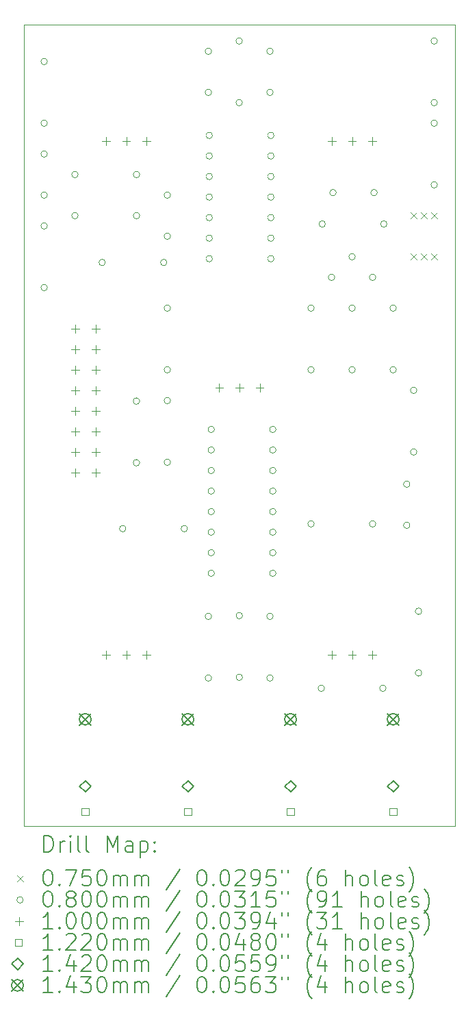
<source format=gbr>
%TF.GenerationSoftware,KiCad,Pcbnew,(6.0.7)*%
%TF.CreationDate,2022-08-28T16:35:01+02:00*%
%TF.ProjectId,filter,66696c74-6572-42e6-9b69-6361645f7063,rev?*%
%TF.SameCoordinates,Original*%
%TF.FileFunction,Drillmap*%
%TF.FilePolarity,Positive*%
%FSLAX45Y45*%
G04 Gerber Fmt 4.5, Leading zero omitted, Abs format (unit mm)*
G04 Created by KiCad (PCBNEW (6.0.7)) date 2022-08-28 16:35:01*
%MOMM*%
%LPD*%
G01*
G04 APERTURE LIST*
%ADD10C,0.100000*%
%ADD11C,0.200000*%
%ADD12C,0.075000*%
%ADD13C,0.080000*%
%ADD14C,0.122000*%
%ADD15C,0.142000*%
%ADD16C,0.143000*%
G04 APERTURE END LIST*
D10*
X11430000Y-4826000D02*
X16764000Y-4826000D01*
X16764000Y-4826000D02*
X16764000Y-14732000D01*
X16764000Y-14732000D02*
X11430000Y-14732000D01*
X11430000Y-14732000D02*
X11430000Y-4826000D01*
D11*
D12*
X16218500Y-7144500D02*
X16293500Y-7219500D01*
X16293500Y-7144500D02*
X16218500Y-7219500D01*
X16218500Y-7652500D02*
X16293500Y-7727500D01*
X16293500Y-7652500D02*
X16218500Y-7727500D01*
X16345500Y-7144500D02*
X16420500Y-7219500D01*
X16420500Y-7144500D02*
X16345500Y-7219500D01*
X16345500Y-7652500D02*
X16420500Y-7727500D01*
X16420500Y-7652500D02*
X16345500Y-7727500D01*
X16472500Y-7144500D02*
X16547500Y-7219500D01*
X16547500Y-7144500D02*
X16472500Y-7219500D01*
X16472500Y-7652500D02*
X16547500Y-7727500D01*
X16547500Y-7652500D02*
X16472500Y-7727500D01*
D13*
X11724000Y-5277000D02*
G75*
G03*
X11724000Y-5277000I-40000J0D01*
G01*
X11724000Y-6039000D02*
G75*
G03*
X11724000Y-6039000I-40000J0D01*
G01*
X11724000Y-6420000D02*
G75*
G03*
X11724000Y-6420000I-40000J0D01*
G01*
X11724000Y-6928000D02*
G75*
G03*
X11724000Y-6928000I-40000J0D01*
G01*
X11724000Y-7309000D02*
G75*
G03*
X11724000Y-7309000I-40000J0D01*
G01*
X11724000Y-8071000D02*
G75*
G03*
X11724000Y-8071000I-40000J0D01*
G01*
X12105000Y-6674000D02*
G75*
G03*
X12105000Y-6674000I-40000J0D01*
G01*
X12105000Y-7182000D02*
G75*
G03*
X12105000Y-7182000I-40000J0D01*
G01*
X12441250Y-7760951D02*
G75*
G03*
X12441250Y-7760951I-40000J0D01*
G01*
X12695444Y-11051811D02*
G75*
G03*
X12695444Y-11051811I-40000J0D01*
G01*
X12865571Y-9475865D02*
G75*
G03*
X12865571Y-9475865I-40000J0D01*
G01*
X12865571Y-10237865D02*
G75*
G03*
X12865571Y-10237865I-40000J0D01*
G01*
X12867000Y-6674000D02*
G75*
G03*
X12867000Y-6674000I-40000J0D01*
G01*
X12867000Y-7182000D02*
G75*
G03*
X12867000Y-7182000I-40000J0D01*
G01*
X13203250Y-7760951D02*
G75*
G03*
X13203250Y-7760951I-40000J0D01*
G01*
X13248000Y-6928000D02*
G75*
G03*
X13248000Y-6928000I-40000J0D01*
G01*
X13248000Y-7436000D02*
G75*
G03*
X13248000Y-7436000I-40000J0D01*
G01*
X13248000Y-8325000D02*
G75*
G03*
X13248000Y-8325000I-40000J0D01*
G01*
X13248000Y-9087000D02*
G75*
G03*
X13248000Y-9087000I-40000J0D01*
G01*
X13248000Y-9468000D02*
G75*
G03*
X13248000Y-9468000I-40000J0D01*
G01*
X13248000Y-10230000D02*
G75*
G03*
X13248000Y-10230000I-40000J0D01*
G01*
X13457444Y-11051811D02*
G75*
G03*
X13457444Y-11051811I-40000J0D01*
G01*
X13756000Y-5150000D02*
G75*
G03*
X13756000Y-5150000I-40000J0D01*
G01*
X13756000Y-5658000D02*
G75*
G03*
X13756000Y-5658000I-40000J0D01*
G01*
X13756000Y-12135000D02*
G75*
G03*
X13756000Y-12135000I-40000J0D01*
G01*
X13756000Y-12897000D02*
G75*
G03*
X13756000Y-12897000I-40000J0D01*
G01*
X13765424Y-6190937D02*
G75*
G03*
X13765424Y-6190937I-40000J0D01*
G01*
X13765424Y-6444937D02*
G75*
G03*
X13765424Y-6444937I-40000J0D01*
G01*
X13765424Y-6698937D02*
G75*
G03*
X13765424Y-6698937I-40000J0D01*
G01*
X13765424Y-6952937D02*
G75*
G03*
X13765424Y-6952937I-40000J0D01*
G01*
X13765424Y-7206937D02*
G75*
G03*
X13765424Y-7206937I-40000J0D01*
G01*
X13765424Y-7460937D02*
G75*
G03*
X13765424Y-7460937I-40000J0D01*
G01*
X13765424Y-7714937D02*
G75*
G03*
X13765424Y-7714937I-40000J0D01*
G01*
X13790260Y-9825665D02*
G75*
G03*
X13790260Y-9825665I-40000J0D01*
G01*
X13790260Y-10079665D02*
G75*
G03*
X13790260Y-10079665I-40000J0D01*
G01*
X13790260Y-10333665D02*
G75*
G03*
X13790260Y-10333665I-40000J0D01*
G01*
X13790260Y-10587665D02*
G75*
G03*
X13790260Y-10587665I-40000J0D01*
G01*
X13790260Y-10841665D02*
G75*
G03*
X13790260Y-10841665I-40000J0D01*
G01*
X13790260Y-11095665D02*
G75*
G03*
X13790260Y-11095665I-40000J0D01*
G01*
X13790260Y-11349665D02*
G75*
G03*
X13790260Y-11349665I-40000J0D01*
G01*
X13790260Y-11603665D02*
G75*
G03*
X13790260Y-11603665I-40000J0D01*
G01*
X14137000Y-5023000D02*
G75*
G03*
X14137000Y-5023000I-40000J0D01*
G01*
X14137000Y-5785000D02*
G75*
G03*
X14137000Y-5785000I-40000J0D01*
G01*
X14138349Y-12127469D02*
G75*
G03*
X14138349Y-12127469I-40000J0D01*
G01*
X14138349Y-12889469D02*
G75*
G03*
X14138349Y-12889469I-40000J0D01*
G01*
X14518000Y-5150000D02*
G75*
G03*
X14518000Y-5150000I-40000J0D01*
G01*
X14518000Y-5658000D02*
G75*
G03*
X14518000Y-5658000I-40000J0D01*
G01*
X14518000Y-12135000D02*
G75*
G03*
X14518000Y-12135000I-40000J0D01*
G01*
X14518000Y-12897000D02*
G75*
G03*
X14518000Y-12897000I-40000J0D01*
G01*
X14527424Y-6190937D02*
G75*
G03*
X14527424Y-6190937I-40000J0D01*
G01*
X14527424Y-6444937D02*
G75*
G03*
X14527424Y-6444937I-40000J0D01*
G01*
X14527424Y-6698937D02*
G75*
G03*
X14527424Y-6698937I-40000J0D01*
G01*
X14527424Y-6952937D02*
G75*
G03*
X14527424Y-6952937I-40000J0D01*
G01*
X14527424Y-7206937D02*
G75*
G03*
X14527424Y-7206937I-40000J0D01*
G01*
X14527424Y-7460937D02*
G75*
G03*
X14527424Y-7460937I-40000J0D01*
G01*
X14527424Y-7714937D02*
G75*
G03*
X14527424Y-7714937I-40000J0D01*
G01*
X14552260Y-9825665D02*
G75*
G03*
X14552260Y-9825665I-40000J0D01*
G01*
X14552260Y-10079665D02*
G75*
G03*
X14552260Y-10079665I-40000J0D01*
G01*
X14552260Y-10333665D02*
G75*
G03*
X14552260Y-10333665I-40000J0D01*
G01*
X14552260Y-10587665D02*
G75*
G03*
X14552260Y-10587665I-40000J0D01*
G01*
X14552260Y-10841665D02*
G75*
G03*
X14552260Y-10841665I-40000J0D01*
G01*
X14552260Y-11095665D02*
G75*
G03*
X14552260Y-11095665I-40000J0D01*
G01*
X14552260Y-11349665D02*
G75*
G03*
X14552260Y-11349665I-40000J0D01*
G01*
X14552260Y-11603665D02*
G75*
G03*
X14552260Y-11603665I-40000J0D01*
G01*
X15026000Y-8325000D02*
G75*
G03*
X15026000Y-8325000I-40000J0D01*
G01*
X15026000Y-9087000D02*
G75*
G03*
X15026000Y-9087000I-40000J0D01*
G01*
X15026000Y-10992000D02*
G75*
G03*
X15026000Y-10992000I-40000J0D01*
G01*
X15153000Y-13024000D02*
G75*
G03*
X15153000Y-13024000I-40000J0D01*
G01*
X15163808Y-7285863D02*
G75*
G03*
X15163808Y-7285863I-40000J0D01*
G01*
X15280000Y-7944000D02*
G75*
G03*
X15280000Y-7944000I-40000J0D01*
G01*
X15297481Y-6898916D02*
G75*
G03*
X15297481Y-6898916I-40000J0D01*
G01*
X15534000Y-7690000D02*
G75*
G03*
X15534000Y-7690000I-40000J0D01*
G01*
X15534000Y-8325000D02*
G75*
G03*
X15534000Y-8325000I-40000J0D01*
G01*
X15534000Y-9087000D02*
G75*
G03*
X15534000Y-9087000I-40000J0D01*
G01*
X15788000Y-7944000D02*
G75*
G03*
X15788000Y-7944000I-40000J0D01*
G01*
X15788000Y-10992000D02*
G75*
G03*
X15788000Y-10992000I-40000J0D01*
G01*
X15805481Y-6898916D02*
G75*
G03*
X15805481Y-6898916I-40000J0D01*
G01*
X15915000Y-13024000D02*
G75*
G03*
X15915000Y-13024000I-40000J0D01*
G01*
X15925808Y-7285863D02*
G75*
G03*
X15925808Y-7285863I-40000J0D01*
G01*
X16042000Y-8325000D02*
G75*
G03*
X16042000Y-8325000I-40000J0D01*
G01*
X16042000Y-9087000D02*
G75*
G03*
X16042000Y-9087000I-40000J0D01*
G01*
X16209838Y-10502682D02*
G75*
G03*
X16209838Y-10502682I-40000J0D01*
G01*
X16209838Y-11010682D02*
G75*
G03*
X16209838Y-11010682I-40000J0D01*
G01*
X16296000Y-9341000D02*
G75*
G03*
X16296000Y-9341000I-40000J0D01*
G01*
X16296000Y-10103000D02*
G75*
G03*
X16296000Y-10103000I-40000J0D01*
G01*
X16356044Y-12073051D02*
G75*
G03*
X16356044Y-12073051I-40000J0D01*
G01*
X16356044Y-12835051D02*
G75*
G03*
X16356044Y-12835051I-40000J0D01*
G01*
X16550000Y-5023000D02*
G75*
G03*
X16550000Y-5023000I-40000J0D01*
G01*
X16550000Y-5785000D02*
G75*
G03*
X16550000Y-5785000I-40000J0D01*
G01*
X16550000Y-6039000D02*
G75*
G03*
X16550000Y-6039000I-40000J0D01*
G01*
X16550000Y-6801000D02*
G75*
G03*
X16550000Y-6801000I-40000J0D01*
G01*
D10*
X12065500Y-8530500D02*
X12065500Y-8630500D01*
X12015500Y-8580500D02*
X12115500Y-8580500D01*
X12065500Y-8784500D02*
X12065500Y-8884500D01*
X12015500Y-8834500D02*
X12115500Y-8834500D01*
X12065500Y-9038500D02*
X12065500Y-9138500D01*
X12015500Y-9088500D02*
X12115500Y-9088500D01*
X12065500Y-9292500D02*
X12065500Y-9392500D01*
X12015500Y-9342500D02*
X12115500Y-9342500D01*
X12065500Y-9546500D02*
X12065500Y-9646500D01*
X12015500Y-9596500D02*
X12115500Y-9596500D01*
X12065500Y-9800500D02*
X12065500Y-9900500D01*
X12015500Y-9850500D02*
X12115500Y-9850500D01*
X12065500Y-10054500D02*
X12065500Y-10154500D01*
X12015500Y-10104500D02*
X12115500Y-10104500D01*
X12065500Y-10308500D02*
X12065500Y-10408500D01*
X12015500Y-10358500D02*
X12115500Y-10358500D01*
X12319500Y-8530500D02*
X12319500Y-8630500D01*
X12269500Y-8580500D02*
X12369500Y-8580500D01*
X12319500Y-8784500D02*
X12319500Y-8884500D01*
X12269500Y-8834500D02*
X12369500Y-8834500D01*
X12319500Y-9038500D02*
X12319500Y-9138500D01*
X12269500Y-9088500D02*
X12369500Y-9088500D01*
X12319500Y-9292500D02*
X12319500Y-9392500D01*
X12269500Y-9342500D02*
X12369500Y-9342500D01*
X12319500Y-9546500D02*
X12319500Y-9646500D01*
X12269500Y-9596500D02*
X12369500Y-9596500D01*
X12319500Y-9800500D02*
X12319500Y-9900500D01*
X12269500Y-9850500D02*
X12369500Y-9850500D01*
X12319500Y-10054500D02*
X12319500Y-10154500D01*
X12269500Y-10104500D02*
X12369500Y-10104500D01*
X12319500Y-10308500D02*
X12319500Y-10408500D01*
X12269500Y-10358500D02*
X12369500Y-10358500D01*
X12450000Y-6213000D02*
X12450000Y-6313000D01*
X12400000Y-6263000D02*
X12500000Y-6263000D01*
X12450000Y-12563000D02*
X12450000Y-12663000D01*
X12400000Y-12613000D02*
X12500000Y-12613000D01*
X12700000Y-6213000D02*
X12700000Y-6313000D01*
X12650000Y-6263000D02*
X12750000Y-6263000D01*
X12700000Y-12563000D02*
X12700000Y-12663000D01*
X12650000Y-12613000D02*
X12750000Y-12613000D01*
X12950000Y-6213000D02*
X12950000Y-6313000D01*
X12900000Y-6263000D02*
X13000000Y-6263000D01*
X12950000Y-12563000D02*
X12950000Y-12663000D01*
X12900000Y-12613000D02*
X13000000Y-12613000D01*
X13850670Y-9261000D02*
X13850670Y-9361000D01*
X13800670Y-9311000D02*
X13900670Y-9311000D01*
X14100670Y-9261000D02*
X14100670Y-9361000D01*
X14050670Y-9311000D02*
X14150670Y-9311000D01*
X14350670Y-9261000D02*
X14350670Y-9361000D01*
X14300670Y-9311000D02*
X14400670Y-9311000D01*
X15244000Y-6213000D02*
X15244000Y-6313000D01*
X15194000Y-6263000D02*
X15294000Y-6263000D01*
X15244000Y-12563000D02*
X15244000Y-12663000D01*
X15194000Y-12613000D02*
X15294000Y-12613000D01*
X15494000Y-6213000D02*
X15494000Y-6313000D01*
X15444000Y-6263000D02*
X15544000Y-6263000D01*
X15494000Y-12563000D02*
X15494000Y-12663000D01*
X15444000Y-12613000D02*
X15544000Y-12613000D01*
X15744000Y-6213000D02*
X15744000Y-6313000D01*
X15694000Y-6263000D02*
X15794000Y-6263000D01*
X15744000Y-12563000D02*
X15744000Y-12663000D01*
X15694000Y-12613000D02*
X15794000Y-12613000D01*
D14*
X12235134Y-14591134D02*
X12235134Y-14504866D01*
X12148866Y-14504866D01*
X12148866Y-14591134D01*
X12235134Y-14591134D01*
X13505134Y-14591134D02*
X13505134Y-14504866D01*
X13418866Y-14504866D01*
X13418866Y-14591134D01*
X13505134Y-14591134D01*
X14775134Y-14591134D02*
X14775134Y-14504866D01*
X14688866Y-14504866D01*
X14688866Y-14591134D01*
X14775134Y-14591134D01*
X16045134Y-14591134D02*
X16045134Y-14504866D01*
X15958866Y-14504866D01*
X15958866Y-14591134D01*
X16045134Y-14591134D01*
D15*
X12192000Y-14309000D02*
X12263000Y-14238000D01*
X12192000Y-14167000D01*
X12121000Y-14238000D01*
X12192000Y-14309000D01*
X13462000Y-14309000D02*
X13533000Y-14238000D01*
X13462000Y-14167000D01*
X13391000Y-14238000D01*
X13462000Y-14309000D01*
X14732000Y-14309000D02*
X14803000Y-14238000D01*
X14732000Y-14167000D01*
X14661000Y-14238000D01*
X14732000Y-14309000D01*
X16002000Y-14309000D02*
X16073000Y-14238000D01*
X16002000Y-14167000D01*
X15931000Y-14238000D01*
X16002000Y-14309000D01*
D16*
X12120500Y-13336500D02*
X12263500Y-13479500D01*
X12263500Y-13336500D02*
X12120500Y-13479500D01*
X12263500Y-13408000D02*
G75*
G03*
X12263500Y-13408000I-71500J0D01*
G01*
X13390500Y-13336500D02*
X13533500Y-13479500D01*
X13533500Y-13336500D02*
X13390500Y-13479500D01*
X13533500Y-13408000D02*
G75*
G03*
X13533500Y-13408000I-71500J0D01*
G01*
X14660500Y-13336500D02*
X14803500Y-13479500D01*
X14803500Y-13336500D02*
X14660500Y-13479500D01*
X14803500Y-13408000D02*
G75*
G03*
X14803500Y-13408000I-71500J0D01*
G01*
X15930500Y-13336500D02*
X16073500Y-13479500D01*
X16073500Y-13336500D02*
X15930500Y-13479500D01*
X16073500Y-13408000D02*
G75*
G03*
X16073500Y-13408000I-71500J0D01*
G01*
D11*
X11682619Y-15047476D02*
X11682619Y-14847476D01*
X11730238Y-14847476D01*
X11758809Y-14857000D01*
X11777857Y-14876048D01*
X11787381Y-14895095D01*
X11796905Y-14933190D01*
X11796905Y-14961762D01*
X11787381Y-14999857D01*
X11777857Y-15018905D01*
X11758809Y-15037952D01*
X11730238Y-15047476D01*
X11682619Y-15047476D01*
X11882619Y-15047476D02*
X11882619Y-14914143D01*
X11882619Y-14952238D02*
X11892143Y-14933190D01*
X11901667Y-14923667D01*
X11920714Y-14914143D01*
X11939762Y-14914143D01*
X12006428Y-15047476D02*
X12006428Y-14914143D01*
X12006428Y-14847476D02*
X11996905Y-14857000D01*
X12006428Y-14866524D01*
X12015952Y-14857000D01*
X12006428Y-14847476D01*
X12006428Y-14866524D01*
X12130238Y-15047476D02*
X12111190Y-15037952D01*
X12101667Y-15018905D01*
X12101667Y-14847476D01*
X12235000Y-15047476D02*
X12215952Y-15037952D01*
X12206428Y-15018905D01*
X12206428Y-14847476D01*
X12463571Y-15047476D02*
X12463571Y-14847476D01*
X12530238Y-14990333D01*
X12596905Y-14847476D01*
X12596905Y-15047476D01*
X12777857Y-15047476D02*
X12777857Y-14942714D01*
X12768333Y-14923667D01*
X12749286Y-14914143D01*
X12711190Y-14914143D01*
X12692143Y-14923667D01*
X12777857Y-15037952D02*
X12758809Y-15047476D01*
X12711190Y-15047476D01*
X12692143Y-15037952D01*
X12682619Y-15018905D01*
X12682619Y-14999857D01*
X12692143Y-14980809D01*
X12711190Y-14971286D01*
X12758809Y-14971286D01*
X12777857Y-14961762D01*
X12873095Y-14914143D02*
X12873095Y-15114143D01*
X12873095Y-14923667D02*
X12892143Y-14914143D01*
X12930238Y-14914143D01*
X12949286Y-14923667D01*
X12958809Y-14933190D01*
X12968333Y-14952238D01*
X12968333Y-15009381D01*
X12958809Y-15028428D01*
X12949286Y-15037952D01*
X12930238Y-15047476D01*
X12892143Y-15047476D01*
X12873095Y-15037952D01*
X13054048Y-15028428D02*
X13063571Y-15037952D01*
X13054048Y-15047476D01*
X13044524Y-15037952D01*
X13054048Y-15028428D01*
X13054048Y-15047476D01*
X13054048Y-14923667D02*
X13063571Y-14933190D01*
X13054048Y-14942714D01*
X13044524Y-14933190D01*
X13054048Y-14923667D01*
X13054048Y-14942714D01*
D12*
X11350000Y-15339500D02*
X11425000Y-15414500D01*
X11425000Y-15339500D02*
X11350000Y-15414500D01*
D11*
X11720714Y-15267476D02*
X11739762Y-15267476D01*
X11758809Y-15277000D01*
X11768333Y-15286524D01*
X11777857Y-15305571D01*
X11787381Y-15343667D01*
X11787381Y-15391286D01*
X11777857Y-15429381D01*
X11768333Y-15448428D01*
X11758809Y-15457952D01*
X11739762Y-15467476D01*
X11720714Y-15467476D01*
X11701667Y-15457952D01*
X11692143Y-15448428D01*
X11682619Y-15429381D01*
X11673095Y-15391286D01*
X11673095Y-15343667D01*
X11682619Y-15305571D01*
X11692143Y-15286524D01*
X11701667Y-15277000D01*
X11720714Y-15267476D01*
X11873095Y-15448428D02*
X11882619Y-15457952D01*
X11873095Y-15467476D01*
X11863571Y-15457952D01*
X11873095Y-15448428D01*
X11873095Y-15467476D01*
X11949286Y-15267476D02*
X12082619Y-15267476D01*
X11996905Y-15467476D01*
X12254048Y-15267476D02*
X12158809Y-15267476D01*
X12149286Y-15362714D01*
X12158809Y-15353190D01*
X12177857Y-15343667D01*
X12225476Y-15343667D01*
X12244524Y-15353190D01*
X12254048Y-15362714D01*
X12263571Y-15381762D01*
X12263571Y-15429381D01*
X12254048Y-15448428D01*
X12244524Y-15457952D01*
X12225476Y-15467476D01*
X12177857Y-15467476D01*
X12158809Y-15457952D01*
X12149286Y-15448428D01*
X12387381Y-15267476D02*
X12406428Y-15267476D01*
X12425476Y-15277000D01*
X12435000Y-15286524D01*
X12444524Y-15305571D01*
X12454048Y-15343667D01*
X12454048Y-15391286D01*
X12444524Y-15429381D01*
X12435000Y-15448428D01*
X12425476Y-15457952D01*
X12406428Y-15467476D01*
X12387381Y-15467476D01*
X12368333Y-15457952D01*
X12358809Y-15448428D01*
X12349286Y-15429381D01*
X12339762Y-15391286D01*
X12339762Y-15343667D01*
X12349286Y-15305571D01*
X12358809Y-15286524D01*
X12368333Y-15277000D01*
X12387381Y-15267476D01*
X12539762Y-15467476D02*
X12539762Y-15334143D01*
X12539762Y-15353190D02*
X12549286Y-15343667D01*
X12568333Y-15334143D01*
X12596905Y-15334143D01*
X12615952Y-15343667D01*
X12625476Y-15362714D01*
X12625476Y-15467476D01*
X12625476Y-15362714D02*
X12635000Y-15343667D01*
X12654048Y-15334143D01*
X12682619Y-15334143D01*
X12701667Y-15343667D01*
X12711190Y-15362714D01*
X12711190Y-15467476D01*
X12806428Y-15467476D02*
X12806428Y-15334143D01*
X12806428Y-15353190D02*
X12815952Y-15343667D01*
X12835000Y-15334143D01*
X12863571Y-15334143D01*
X12882619Y-15343667D01*
X12892143Y-15362714D01*
X12892143Y-15467476D01*
X12892143Y-15362714D02*
X12901667Y-15343667D01*
X12920714Y-15334143D01*
X12949286Y-15334143D01*
X12968333Y-15343667D01*
X12977857Y-15362714D01*
X12977857Y-15467476D01*
X13368333Y-15257952D02*
X13196905Y-15515095D01*
X13625476Y-15267476D02*
X13644524Y-15267476D01*
X13663571Y-15277000D01*
X13673095Y-15286524D01*
X13682619Y-15305571D01*
X13692143Y-15343667D01*
X13692143Y-15391286D01*
X13682619Y-15429381D01*
X13673095Y-15448428D01*
X13663571Y-15457952D01*
X13644524Y-15467476D01*
X13625476Y-15467476D01*
X13606428Y-15457952D01*
X13596905Y-15448428D01*
X13587381Y-15429381D01*
X13577857Y-15391286D01*
X13577857Y-15343667D01*
X13587381Y-15305571D01*
X13596905Y-15286524D01*
X13606428Y-15277000D01*
X13625476Y-15267476D01*
X13777857Y-15448428D02*
X13787381Y-15457952D01*
X13777857Y-15467476D01*
X13768333Y-15457952D01*
X13777857Y-15448428D01*
X13777857Y-15467476D01*
X13911190Y-15267476D02*
X13930238Y-15267476D01*
X13949286Y-15277000D01*
X13958809Y-15286524D01*
X13968333Y-15305571D01*
X13977857Y-15343667D01*
X13977857Y-15391286D01*
X13968333Y-15429381D01*
X13958809Y-15448428D01*
X13949286Y-15457952D01*
X13930238Y-15467476D01*
X13911190Y-15467476D01*
X13892143Y-15457952D01*
X13882619Y-15448428D01*
X13873095Y-15429381D01*
X13863571Y-15391286D01*
X13863571Y-15343667D01*
X13873095Y-15305571D01*
X13882619Y-15286524D01*
X13892143Y-15277000D01*
X13911190Y-15267476D01*
X14054048Y-15286524D02*
X14063571Y-15277000D01*
X14082619Y-15267476D01*
X14130238Y-15267476D01*
X14149286Y-15277000D01*
X14158809Y-15286524D01*
X14168333Y-15305571D01*
X14168333Y-15324619D01*
X14158809Y-15353190D01*
X14044524Y-15467476D01*
X14168333Y-15467476D01*
X14263571Y-15467476D02*
X14301667Y-15467476D01*
X14320714Y-15457952D01*
X14330238Y-15448428D01*
X14349286Y-15419857D01*
X14358809Y-15381762D01*
X14358809Y-15305571D01*
X14349286Y-15286524D01*
X14339762Y-15277000D01*
X14320714Y-15267476D01*
X14282619Y-15267476D01*
X14263571Y-15277000D01*
X14254048Y-15286524D01*
X14244524Y-15305571D01*
X14244524Y-15353190D01*
X14254048Y-15372238D01*
X14263571Y-15381762D01*
X14282619Y-15391286D01*
X14320714Y-15391286D01*
X14339762Y-15381762D01*
X14349286Y-15372238D01*
X14358809Y-15353190D01*
X14539762Y-15267476D02*
X14444524Y-15267476D01*
X14435000Y-15362714D01*
X14444524Y-15353190D01*
X14463571Y-15343667D01*
X14511190Y-15343667D01*
X14530238Y-15353190D01*
X14539762Y-15362714D01*
X14549286Y-15381762D01*
X14549286Y-15429381D01*
X14539762Y-15448428D01*
X14530238Y-15457952D01*
X14511190Y-15467476D01*
X14463571Y-15467476D01*
X14444524Y-15457952D01*
X14435000Y-15448428D01*
X14625476Y-15267476D02*
X14625476Y-15305571D01*
X14701667Y-15267476D02*
X14701667Y-15305571D01*
X14996905Y-15543667D02*
X14987381Y-15534143D01*
X14968333Y-15505571D01*
X14958809Y-15486524D01*
X14949286Y-15457952D01*
X14939762Y-15410333D01*
X14939762Y-15372238D01*
X14949286Y-15324619D01*
X14958809Y-15296048D01*
X14968333Y-15277000D01*
X14987381Y-15248428D01*
X14996905Y-15238905D01*
X15158809Y-15267476D02*
X15120714Y-15267476D01*
X15101667Y-15277000D01*
X15092143Y-15286524D01*
X15073095Y-15315095D01*
X15063571Y-15353190D01*
X15063571Y-15429381D01*
X15073095Y-15448428D01*
X15082619Y-15457952D01*
X15101667Y-15467476D01*
X15139762Y-15467476D01*
X15158809Y-15457952D01*
X15168333Y-15448428D01*
X15177857Y-15429381D01*
X15177857Y-15381762D01*
X15168333Y-15362714D01*
X15158809Y-15353190D01*
X15139762Y-15343667D01*
X15101667Y-15343667D01*
X15082619Y-15353190D01*
X15073095Y-15362714D01*
X15063571Y-15381762D01*
X15415952Y-15467476D02*
X15415952Y-15267476D01*
X15501667Y-15467476D02*
X15501667Y-15362714D01*
X15492143Y-15343667D01*
X15473095Y-15334143D01*
X15444524Y-15334143D01*
X15425476Y-15343667D01*
X15415952Y-15353190D01*
X15625476Y-15467476D02*
X15606428Y-15457952D01*
X15596905Y-15448428D01*
X15587381Y-15429381D01*
X15587381Y-15372238D01*
X15596905Y-15353190D01*
X15606428Y-15343667D01*
X15625476Y-15334143D01*
X15654048Y-15334143D01*
X15673095Y-15343667D01*
X15682619Y-15353190D01*
X15692143Y-15372238D01*
X15692143Y-15429381D01*
X15682619Y-15448428D01*
X15673095Y-15457952D01*
X15654048Y-15467476D01*
X15625476Y-15467476D01*
X15806428Y-15467476D02*
X15787381Y-15457952D01*
X15777857Y-15438905D01*
X15777857Y-15267476D01*
X15958809Y-15457952D02*
X15939762Y-15467476D01*
X15901667Y-15467476D01*
X15882619Y-15457952D01*
X15873095Y-15438905D01*
X15873095Y-15362714D01*
X15882619Y-15343667D01*
X15901667Y-15334143D01*
X15939762Y-15334143D01*
X15958809Y-15343667D01*
X15968333Y-15362714D01*
X15968333Y-15381762D01*
X15873095Y-15400809D01*
X16044524Y-15457952D02*
X16063571Y-15467476D01*
X16101667Y-15467476D01*
X16120714Y-15457952D01*
X16130238Y-15438905D01*
X16130238Y-15429381D01*
X16120714Y-15410333D01*
X16101667Y-15400809D01*
X16073095Y-15400809D01*
X16054048Y-15391286D01*
X16044524Y-15372238D01*
X16044524Y-15362714D01*
X16054048Y-15343667D01*
X16073095Y-15334143D01*
X16101667Y-15334143D01*
X16120714Y-15343667D01*
X16196905Y-15543667D02*
X16206428Y-15534143D01*
X16225476Y-15505571D01*
X16235000Y-15486524D01*
X16244524Y-15457952D01*
X16254048Y-15410333D01*
X16254048Y-15372238D01*
X16244524Y-15324619D01*
X16235000Y-15296048D01*
X16225476Y-15277000D01*
X16206428Y-15248428D01*
X16196905Y-15238905D01*
D13*
X11425000Y-15641000D02*
G75*
G03*
X11425000Y-15641000I-40000J0D01*
G01*
D11*
X11720714Y-15531476D02*
X11739762Y-15531476D01*
X11758809Y-15541000D01*
X11768333Y-15550524D01*
X11777857Y-15569571D01*
X11787381Y-15607667D01*
X11787381Y-15655286D01*
X11777857Y-15693381D01*
X11768333Y-15712428D01*
X11758809Y-15721952D01*
X11739762Y-15731476D01*
X11720714Y-15731476D01*
X11701667Y-15721952D01*
X11692143Y-15712428D01*
X11682619Y-15693381D01*
X11673095Y-15655286D01*
X11673095Y-15607667D01*
X11682619Y-15569571D01*
X11692143Y-15550524D01*
X11701667Y-15541000D01*
X11720714Y-15531476D01*
X11873095Y-15712428D02*
X11882619Y-15721952D01*
X11873095Y-15731476D01*
X11863571Y-15721952D01*
X11873095Y-15712428D01*
X11873095Y-15731476D01*
X11996905Y-15617190D02*
X11977857Y-15607667D01*
X11968333Y-15598143D01*
X11958809Y-15579095D01*
X11958809Y-15569571D01*
X11968333Y-15550524D01*
X11977857Y-15541000D01*
X11996905Y-15531476D01*
X12035000Y-15531476D01*
X12054048Y-15541000D01*
X12063571Y-15550524D01*
X12073095Y-15569571D01*
X12073095Y-15579095D01*
X12063571Y-15598143D01*
X12054048Y-15607667D01*
X12035000Y-15617190D01*
X11996905Y-15617190D01*
X11977857Y-15626714D01*
X11968333Y-15636238D01*
X11958809Y-15655286D01*
X11958809Y-15693381D01*
X11968333Y-15712428D01*
X11977857Y-15721952D01*
X11996905Y-15731476D01*
X12035000Y-15731476D01*
X12054048Y-15721952D01*
X12063571Y-15712428D01*
X12073095Y-15693381D01*
X12073095Y-15655286D01*
X12063571Y-15636238D01*
X12054048Y-15626714D01*
X12035000Y-15617190D01*
X12196905Y-15531476D02*
X12215952Y-15531476D01*
X12235000Y-15541000D01*
X12244524Y-15550524D01*
X12254048Y-15569571D01*
X12263571Y-15607667D01*
X12263571Y-15655286D01*
X12254048Y-15693381D01*
X12244524Y-15712428D01*
X12235000Y-15721952D01*
X12215952Y-15731476D01*
X12196905Y-15731476D01*
X12177857Y-15721952D01*
X12168333Y-15712428D01*
X12158809Y-15693381D01*
X12149286Y-15655286D01*
X12149286Y-15607667D01*
X12158809Y-15569571D01*
X12168333Y-15550524D01*
X12177857Y-15541000D01*
X12196905Y-15531476D01*
X12387381Y-15531476D02*
X12406428Y-15531476D01*
X12425476Y-15541000D01*
X12435000Y-15550524D01*
X12444524Y-15569571D01*
X12454048Y-15607667D01*
X12454048Y-15655286D01*
X12444524Y-15693381D01*
X12435000Y-15712428D01*
X12425476Y-15721952D01*
X12406428Y-15731476D01*
X12387381Y-15731476D01*
X12368333Y-15721952D01*
X12358809Y-15712428D01*
X12349286Y-15693381D01*
X12339762Y-15655286D01*
X12339762Y-15607667D01*
X12349286Y-15569571D01*
X12358809Y-15550524D01*
X12368333Y-15541000D01*
X12387381Y-15531476D01*
X12539762Y-15731476D02*
X12539762Y-15598143D01*
X12539762Y-15617190D02*
X12549286Y-15607667D01*
X12568333Y-15598143D01*
X12596905Y-15598143D01*
X12615952Y-15607667D01*
X12625476Y-15626714D01*
X12625476Y-15731476D01*
X12625476Y-15626714D02*
X12635000Y-15607667D01*
X12654048Y-15598143D01*
X12682619Y-15598143D01*
X12701667Y-15607667D01*
X12711190Y-15626714D01*
X12711190Y-15731476D01*
X12806428Y-15731476D02*
X12806428Y-15598143D01*
X12806428Y-15617190D02*
X12815952Y-15607667D01*
X12835000Y-15598143D01*
X12863571Y-15598143D01*
X12882619Y-15607667D01*
X12892143Y-15626714D01*
X12892143Y-15731476D01*
X12892143Y-15626714D02*
X12901667Y-15607667D01*
X12920714Y-15598143D01*
X12949286Y-15598143D01*
X12968333Y-15607667D01*
X12977857Y-15626714D01*
X12977857Y-15731476D01*
X13368333Y-15521952D02*
X13196905Y-15779095D01*
X13625476Y-15531476D02*
X13644524Y-15531476D01*
X13663571Y-15541000D01*
X13673095Y-15550524D01*
X13682619Y-15569571D01*
X13692143Y-15607667D01*
X13692143Y-15655286D01*
X13682619Y-15693381D01*
X13673095Y-15712428D01*
X13663571Y-15721952D01*
X13644524Y-15731476D01*
X13625476Y-15731476D01*
X13606428Y-15721952D01*
X13596905Y-15712428D01*
X13587381Y-15693381D01*
X13577857Y-15655286D01*
X13577857Y-15607667D01*
X13587381Y-15569571D01*
X13596905Y-15550524D01*
X13606428Y-15541000D01*
X13625476Y-15531476D01*
X13777857Y-15712428D02*
X13787381Y-15721952D01*
X13777857Y-15731476D01*
X13768333Y-15721952D01*
X13777857Y-15712428D01*
X13777857Y-15731476D01*
X13911190Y-15531476D02*
X13930238Y-15531476D01*
X13949286Y-15541000D01*
X13958809Y-15550524D01*
X13968333Y-15569571D01*
X13977857Y-15607667D01*
X13977857Y-15655286D01*
X13968333Y-15693381D01*
X13958809Y-15712428D01*
X13949286Y-15721952D01*
X13930238Y-15731476D01*
X13911190Y-15731476D01*
X13892143Y-15721952D01*
X13882619Y-15712428D01*
X13873095Y-15693381D01*
X13863571Y-15655286D01*
X13863571Y-15607667D01*
X13873095Y-15569571D01*
X13882619Y-15550524D01*
X13892143Y-15541000D01*
X13911190Y-15531476D01*
X14044524Y-15531476D02*
X14168333Y-15531476D01*
X14101667Y-15607667D01*
X14130238Y-15607667D01*
X14149286Y-15617190D01*
X14158809Y-15626714D01*
X14168333Y-15645762D01*
X14168333Y-15693381D01*
X14158809Y-15712428D01*
X14149286Y-15721952D01*
X14130238Y-15731476D01*
X14073095Y-15731476D01*
X14054048Y-15721952D01*
X14044524Y-15712428D01*
X14358809Y-15731476D02*
X14244524Y-15731476D01*
X14301667Y-15731476D02*
X14301667Y-15531476D01*
X14282619Y-15560048D01*
X14263571Y-15579095D01*
X14244524Y-15588619D01*
X14539762Y-15531476D02*
X14444524Y-15531476D01*
X14435000Y-15626714D01*
X14444524Y-15617190D01*
X14463571Y-15607667D01*
X14511190Y-15607667D01*
X14530238Y-15617190D01*
X14539762Y-15626714D01*
X14549286Y-15645762D01*
X14549286Y-15693381D01*
X14539762Y-15712428D01*
X14530238Y-15721952D01*
X14511190Y-15731476D01*
X14463571Y-15731476D01*
X14444524Y-15721952D01*
X14435000Y-15712428D01*
X14625476Y-15531476D02*
X14625476Y-15569571D01*
X14701667Y-15531476D02*
X14701667Y-15569571D01*
X14996905Y-15807667D02*
X14987381Y-15798143D01*
X14968333Y-15769571D01*
X14958809Y-15750524D01*
X14949286Y-15721952D01*
X14939762Y-15674333D01*
X14939762Y-15636238D01*
X14949286Y-15588619D01*
X14958809Y-15560048D01*
X14968333Y-15541000D01*
X14987381Y-15512428D01*
X14996905Y-15502905D01*
X15082619Y-15731476D02*
X15120714Y-15731476D01*
X15139762Y-15721952D01*
X15149286Y-15712428D01*
X15168333Y-15683857D01*
X15177857Y-15645762D01*
X15177857Y-15569571D01*
X15168333Y-15550524D01*
X15158809Y-15541000D01*
X15139762Y-15531476D01*
X15101667Y-15531476D01*
X15082619Y-15541000D01*
X15073095Y-15550524D01*
X15063571Y-15569571D01*
X15063571Y-15617190D01*
X15073095Y-15636238D01*
X15082619Y-15645762D01*
X15101667Y-15655286D01*
X15139762Y-15655286D01*
X15158809Y-15645762D01*
X15168333Y-15636238D01*
X15177857Y-15617190D01*
X15368333Y-15731476D02*
X15254048Y-15731476D01*
X15311190Y-15731476D02*
X15311190Y-15531476D01*
X15292143Y-15560048D01*
X15273095Y-15579095D01*
X15254048Y-15588619D01*
X15606428Y-15731476D02*
X15606428Y-15531476D01*
X15692143Y-15731476D02*
X15692143Y-15626714D01*
X15682619Y-15607667D01*
X15663571Y-15598143D01*
X15635000Y-15598143D01*
X15615952Y-15607667D01*
X15606428Y-15617190D01*
X15815952Y-15731476D02*
X15796905Y-15721952D01*
X15787381Y-15712428D01*
X15777857Y-15693381D01*
X15777857Y-15636238D01*
X15787381Y-15617190D01*
X15796905Y-15607667D01*
X15815952Y-15598143D01*
X15844524Y-15598143D01*
X15863571Y-15607667D01*
X15873095Y-15617190D01*
X15882619Y-15636238D01*
X15882619Y-15693381D01*
X15873095Y-15712428D01*
X15863571Y-15721952D01*
X15844524Y-15731476D01*
X15815952Y-15731476D01*
X15996905Y-15731476D02*
X15977857Y-15721952D01*
X15968333Y-15702905D01*
X15968333Y-15531476D01*
X16149286Y-15721952D02*
X16130238Y-15731476D01*
X16092143Y-15731476D01*
X16073095Y-15721952D01*
X16063571Y-15702905D01*
X16063571Y-15626714D01*
X16073095Y-15607667D01*
X16092143Y-15598143D01*
X16130238Y-15598143D01*
X16149286Y-15607667D01*
X16158809Y-15626714D01*
X16158809Y-15645762D01*
X16063571Y-15664809D01*
X16235000Y-15721952D02*
X16254048Y-15731476D01*
X16292143Y-15731476D01*
X16311190Y-15721952D01*
X16320714Y-15702905D01*
X16320714Y-15693381D01*
X16311190Y-15674333D01*
X16292143Y-15664809D01*
X16263571Y-15664809D01*
X16244524Y-15655286D01*
X16235000Y-15636238D01*
X16235000Y-15626714D01*
X16244524Y-15607667D01*
X16263571Y-15598143D01*
X16292143Y-15598143D01*
X16311190Y-15607667D01*
X16387381Y-15807667D02*
X16396905Y-15798143D01*
X16415952Y-15769571D01*
X16425476Y-15750524D01*
X16435000Y-15721952D01*
X16444524Y-15674333D01*
X16444524Y-15636238D01*
X16435000Y-15588619D01*
X16425476Y-15560048D01*
X16415952Y-15541000D01*
X16396905Y-15512428D01*
X16387381Y-15502905D01*
D10*
X11375000Y-15855000D02*
X11375000Y-15955000D01*
X11325000Y-15905000D02*
X11425000Y-15905000D01*
D11*
X11787381Y-15995476D02*
X11673095Y-15995476D01*
X11730238Y-15995476D02*
X11730238Y-15795476D01*
X11711190Y-15824048D01*
X11692143Y-15843095D01*
X11673095Y-15852619D01*
X11873095Y-15976428D02*
X11882619Y-15985952D01*
X11873095Y-15995476D01*
X11863571Y-15985952D01*
X11873095Y-15976428D01*
X11873095Y-15995476D01*
X12006428Y-15795476D02*
X12025476Y-15795476D01*
X12044524Y-15805000D01*
X12054048Y-15814524D01*
X12063571Y-15833571D01*
X12073095Y-15871667D01*
X12073095Y-15919286D01*
X12063571Y-15957381D01*
X12054048Y-15976428D01*
X12044524Y-15985952D01*
X12025476Y-15995476D01*
X12006428Y-15995476D01*
X11987381Y-15985952D01*
X11977857Y-15976428D01*
X11968333Y-15957381D01*
X11958809Y-15919286D01*
X11958809Y-15871667D01*
X11968333Y-15833571D01*
X11977857Y-15814524D01*
X11987381Y-15805000D01*
X12006428Y-15795476D01*
X12196905Y-15795476D02*
X12215952Y-15795476D01*
X12235000Y-15805000D01*
X12244524Y-15814524D01*
X12254048Y-15833571D01*
X12263571Y-15871667D01*
X12263571Y-15919286D01*
X12254048Y-15957381D01*
X12244524Y-15976428D01*
X12235000Y-15985952D01*
X12215952Y-15995476D01*
X12196905Y-15995476D01*
X12177857Y-15985952D01*
X12168333Y-15976428D01*
X12158809Y-15957381D01*
X12149286Y-15919286D01*
X12149286Y-15871667D01*
X12158809Y-15833571D01*
X12168333Y-15814524D01*
X12177857Y-15805000D01*
X12196905Y-15795476D01*
X12387381Y-15795476D02*
X12406428Y-15795476D01*
X12425476Y-15805000D01*
X12435000Y-15814524D01*
X12444524Y-15833571D01*
X12454048Y-15871667D01*
X12454048Y-15919286D01*
X12444524Y-15957381D01*
X12435000Y-15976428D01*
X12425476Y-15985952D01*
X12406428Y-15995476D01*
X12387381Y-15995476D01*
X12368333Y-15985952D01*
X12358809Y-15976428D01*
X12349286Y-15957381D01*
X12339762Y-15919286D01*
X12339762Y-15871667D01*
X12349286Y-15833571D01*
X12358809Y-15814524D01*
X12368333Y-15805000D01*
X12387381Y-15795476D01*
X12539762Y-15995476D02*
X12539762Y-15862143D01*
X12539762Y-15881190D02*
X12549286Y-15871667D01*
X12568333Y-15862143D01*
X12596905Y-15862143D01*
X12615952Y-15871667D01*
X12625476Y-15890714D01*
X12625476Y-15995476D01*
X12625476Y-15890714D02*
X12635000Y-15871667D01*
X12654048Y-15862143D01*
X12682619Y-15862143D01*
X12701667Y-15871667D01*
X12711190Y-15890714D01*
X12711190Y-15995476D01*
X12806428Y-15995476D02*
X12806428Y-15862143D01*
X12806428Y-15881190D02*
X12815952Y-15871667D01*
X12835000Y-15862143D01*
X12863571Y-15862143D01*
X12882619Y-15871667D01*
X12892143Y-15890714D01*
X12892143Y-15995476D01*
X12892143Y-15890714D02*
X12901667Y-15871667D01*
X12920714Y-15862143D01*
X12949286Y-15862143D01*
X12968333Y-15871667D01*
X12977857Y-15890714D01*
X12977857Y-15995476D01*
X13368333Y-15785952D02*
X13196905Y-16043095D01*
X13625476Y-15795476D02*
X13644524Y-15795476D01*
X13663571Y-15805000D01*
X13673095Y-15814524D01*
X13682619Y-15833571D01*
X13692143Y-15871667D01*
X13692143Y-15919286D01*
X13682619Y-15957381D01*
X13673095Y-15976428D01*
X13663571Y-15985952D01*
X13644524Y-15995476D01*
X13625476Y-15995476D01*
X13606428Y-15985952D01*
X13596905Y-15976428D01*
X13587381Y-15957381D01*
X13577857Y-15919286D01*
X13577857Y-15871667D01*
X13587381Y-15833571D01*
X13596905Y-15814524D01*
X13606428Y-15805000D01*
X13625476Y-15795476D01*
X13777857Y-15976428D02*
X13787381Y-15985952D01*
X13777857Y-15995476D01*
X13768333Y-15985952D01*
X13777857Y-15976428D01*
X13777857Y-15995476D01*
X13911190Y-15795476D02*
X13930238Y-15795476D01*
X13949286Y-15805000D01*
X13958809Y-15814524D01*
X13968333Y-15833571D01*
X13977857Y-15871667D01*
X13977857Y-15919286D01*
X13968333Y-15957381D01*
X13958809Y-15976428D01*
X13949286Y-15985952D01*
X13930238Y-15995476D01*
X13911190Y-15995476D01*
X13892143Y-15985952D01*
X13882619Y-15976428D01*
X13873095Y-15957381D01*
X13863571Y-15919286D01*
X13863571Y-15871667D01*
X13873095Y-15833571D01*
X13882619Y-15814524D01*
X13892143Y-15805000D01*
X13911190Y-15795476D01*
X14044524Y-15795476D02*
X14168333Y-15795476D01*
X14101667Y-15871667D01*
X14130238Y-15871667D01*
X14149286Y-15881190D01*
X14158809Y-15890714D01*
X14168333Y-15909762D01*
X14168333Y-15957381D01*
X14158809Y-15976428D01*
X14149286Y-15985952D01*
X14130238Y-15995476D01*
X14073095Y-15995476D01*
X14054048Y-15985952D01*
X14044524Y-15976428D01*
X14263571Y-15995476D02*
X14301667Y-15995476D01*
X14320714Y-15985952D01*
X14330238Y-15976428D01*
X14349286Y-15947857D01*
X14358809Y-15909762D01*
X14358809Y-15833571D01*
X14349286Y-15814524D01*
X14339762Y-15805000D01*
X14320714Y-15795476D01*
X14282619Y-15795476D01*
X14263571Y-15805000D01*
X14254048Y-15814524D01*
X14244524Y-15833571D01*
X14244524Y-15881190D01*
X14254048Y-15900238D01*
X14263571Y-15909762D01*
X14282619Y-15919286D01*
X14320714Y-15919286D01*
X14339762Y-15909762D01*
X14349286Y-15900238D01*
X14358809Y-15881190D01*
X14530238Y-15862143D02*
X14530238Y-15995476D01*
X14482619Y-15785952D02*
X14435000Y-15928809D01*
X14558809Y-15928809D01*
X14625476Y-15795476D02*
X14625476Y-15833571D01*
X14701667Y-15795476D02*
X14701667Y-15833571D01*
X14996905Y-16071667D02*
X14987381Y-16062143D01*
X14968333Y-16033571D01*
X14958809Y-16014524D01*
X14949286Y-15985952D01*
X14939762Y-15938333D01*
X14939762Y-15900238D01*
X14949286Y-15852619D01*
X14958809Y-15824048D01*
X14968333Y-15805000D01*
X14987381Y-15776428D01*
X14996905Y-15766905D01*
X15054048Y-15795476D02*
X15177857Y-15795476D01*
X15111190Y-15871667D01*
X15139762Y-15871667D01*
X15158809Y-15881190D01*
X15168333Y-15890714D01*
X15177857Y-15909762D01*
X15177857Y-15957381D01*
X15168333Y-15976428D01*
X15158809Y-15985952D01*
X15139762Y-15995476D01*
X15082619Y-15995476D01*
X15063571Y-15985952D01*
X15054048Y-15976428D01*
X15368333Y-15995476D02*
X15254048Y-15995476D01*
X15311190Y-15995476D02*
X15311190Y-15795476D01*
X15292143Y-15824048D01*
X15273095Y-15843095D01*
X15254048Y-15852619D01*
X15606428Y-15995476D02*
X15606428Y-15795476D01*
X15692143Y-15995476D02*
X15692143Y-15890714D01*
X15682619Y-15871667D01*
X15663571Y-15862143D01*
X15635000Y-15862143D01*
X15615952Y-15871667D01*
X15606428Y-15881190D01*
X15815952Y-15995476D02*
X15796905Y-15985952D01*
X15787381Y-15976428D01*
X15777857Y-15957381D01*
X15777857Y-15900238D01*
X15787381Y-15881190D01*
X15796905Y-15871667D01*
X15815952Y-15862143D01*
X15844524Y-15862143D01*
X15863571Y-15871667D01*
X15873095Y-15881190D01*
X15882619Y-15900238D01*
X15882619Y-15957381D01*
X15873095Y-15976428D01*
X15863571Y-15985952D01*
X15844524Y-15995476D01*
X15815952Y-15995476D01*
X15996905Y-15995476D02*
X15977857Y-15985952D01*
X15968333Y-15966905D01*
X15968333Y-15795476D01*
X16149286Y-15985952D02*
X16130238Y-15995476D01*
X16092143Y-15995476D01*
X16073095Y-15985952D01*
X16063571Y-15966905D01*
X16063571Y-15890714D01*
X16073095Y-15871667D01*
X16092143Y-15862143D01*
X16130238Y-15862143D01*
X16149286Y-15871667D01*
X16158809Y-15890714D01*
X16158809Y-15909762D01*
X16063571Y-15928809D01*
X16235000Y-15985952D02*
X16254048Y-15995476D01*
X16292143Y-15995476D01*
X16311190Y-15985952D01*
X16320714Y-15966905D01*
X16320714Y-15957381D01*
X16311190Y-15938333D01*
X16292143Y-15928809D01*
X16263571Y-15928809D01*
X16244524Y-15919286D01*
X16235000Y-15900238D01*
X16235000Y-15890714D01*
X16244524Y-15871667D01*
X16263571Y-15862143D01*
X16292143Y-15862143D01*
X16311190Y-15871667D01*
X16387381Y-16071667D02*
X16396905Y-16062143D01*
X16415952Y-16033571D01*
X16425476Y-16014524D01*
X16435000Y-15985952D01*
X16444524Y-15938333D01*
X16444524Y-15900238D01*
X16435000Y-15852619D01*
X16425476Y-15824048D01*
X16415952Y-15805000D01*
X16396905Y-15776428D01*
X16387381Y-15766905D01*
D14*
X11407134Y-16212134D02*
X11407134Y-16125866D01*
X11320866Y-16125866D01*
X11320866Y-16212134D01*
X11407134Y-16212134D01*
D11*
X11787381Y-16259476D02*
X11673095Y-16259476D01*
X11730238Y-16259476D02*
X11730238Y-16059476D01*
X11711190Y-16088048D01*
X11692143Y-16107095D01*
X11673095Y-16116619D01*
X11873095Y-16240428D02*
X11882619Y-16249952D01*
X11873095Y-16259476D01*
X11863571Y-16249952D01*
X11873095Y-16240428D01*
X11873095Y-16259476D01*
X11958809Y-16078524D02*
X11968333Y-16069000D01*
X11987381Y-16059476D01*
X12035000Y-16059476D01*
X12054048Y-16069000D01*
X12063571Y-16078524D01*
X12073095Y-16097571D01*
X12073095Y-16116619D01*
X12063571Y-16145190D01*
X11949286Y-16259476D01*
X12073095Y-16259476D01*
X12149286Y-16078524D02*
X12158809Y-16069000D01*
X12177857Y-16059476D01*
X12225476Y-16059476D01*
X12244524Y-16069000D01*
X12254048Y-16078524D01*
X12263571Y-16097571D01*
X12263571Y-16116619D01*
X12254048Y-16145190D01*
X12139762Y-16259476D01*
X12263571Y-16259476D01*
X12387381Y-16059476D02*
X12406428Y-16059476D01*
X12425476Y-16069000D01*
X12435000Y-16078524D01*
X12444524Y-16097571D01*
X12454048Y-16135667D01*
X12454048Y-16183286D01*
X12444524Y-16221381D01*
X12435000Y-16240428D01*
X12425476Y-16249952D01*
X12406428Y-16259476D01*
X12387381Y-16259476D01*
X12368333Y-16249952D01*
X12358809Y-16240428D01*
X12349286Y-16221381D01*
X12339762Y-16183286D01*
X12339762Y-16135667D01*
X12349286Y-16097571D01*
X12358809Y-16078524D01*
X12368333Y-16069000D01*
X12387381Y-16059476D01*
X12539762Y-16259476D02*
X12539762Y-16126143D01*
X12539762Y-16145190D02*
X12549286Y-16135667D01*
X12568333Y-16126143D01*
X12596905Y-16126143D01*
X12615952Y-16135667D01*
X12625476Y-16154714D01*
X12625476Y-16259476D01*
X12625476Y-16154714D02*
X12635000Y-16135667D01*
X12654048Y-16126143D01*
X12682619Y-16126143D01*
X12701667Y-16135667D01*
X12711190Y-16154714D01*
X12711190Y-16259476D01*
X12806428Y-16259476D02*
X12806428Y-16126143D01*
X12806428Y-16145190D02*
X12815952Y-16135667D01*
X12835000Y-16126143D01*
X12863571Y-16126143D01*
X12882619Y-16135667D01*
X12892143Y-16154714D01*
X12892143Y-16259476D01*
X12892143Y-16154714D02*
X12901667Y-16135667D01*
X12920714Y-16126143D01*
X12949286Y-16126143D01*
X12968333Y-16135667D01*
X12977857Y-16154714D01*
X12977857Y-16259476D01*
X13368333Y-16049952D02*
X13196905Y-16307095D01*
X13625476Y-16059476D02*
X13644524Y-16059476D01*
X13663571Y-16069000D01*
X13673095Y-16078524D01*
X13682619Y-16097571D01*
X13692143Y-16135667D01*
X13692143Y-16183286D01*
X13682619Y-16221381D01*
X13673095Y-16240428D01*
X13663571Y-16249952D01*
X13644524Y-16259476D01*
X13625476Y-16259476D01*
X13606428Y-16249952D01*
X13596905Y-16240428D01*
X13587381Y-16221381D01*
X13577857Y-16183286D01*
X13577857Y-16135667D01*
X13587381Y-16097571D01*
X13596905Y-16078524D01*
X13606428Y-16069000D01*
X13625476Y-16059476D01*
X13777857Y-16240428D02*
X13787381Y-16249952D01*
X13777857Y-16259476D01*
X13768333Y-16249952D01*
X13777857Y-16240428D01*
X13777857Y-16259476D01*
X13911190Y-16059476D02*
X13930238Y-16059476D01*
X13949286Y-16069000D01*
X13958809Y-16078524D01*
X13968333Y-16097571D01*
X13977857Y-16135667D01*
X13977857Y-16183286D01*
X13968333Y-16221381D01*
X13958809Y-16240428D01*
X13949286Y-16249952D01*
X13930238Y-16259476D01*
X13911190Y-16259476D01*
X13892143Y-16249952D01*
X13882619Y-16240428D01*
X13873095Y-16221381D01*
X13863571Y-16183286D01*
X13863571Y-16135667D01*
X13873095Y-16097571D01*
X13882619Y-16078524D01*
X13892143Y-16069000D01*
X13911190Y-16059476D01*
X14149286Y-16126143D02*
X14149286Y-16259476D01*
X14101667Y-16049952D02*
X14054048Y-16192809D01*
X14177857Y-16192809D01*
X14282619Y-16145190D02*
X14263571Y-16135667D01*
X14254048Y-16126143D01*
X14244524Y-16107095D01*
X14244524Y-16097571D01*
X14254048Y-16078524D01*
X14263571Y-16069000D01*
X14282619Y-16059476D01*
X14320714Y-16059476D01*
X14339762Y-16069000D01*
X14349286Y-16078524D01*
X14358809Y-16097571D01*
X14358809Y-16107095D01*
X14349286Y-16126143D01*
X14339762Y-16135667D01*
X14320714Y-16145190D01*
X14282619Y-16145190D01*
X14263571Y-16154714D01*
X14254048Y-16164238D01*
X14244524Y-16183286D01*
X14244524Y-16221381D01*
X14254048Y-16240428D01*
X14263571Y-16249952D01*
X14282619Y-16259476D01*
X14320714Y-16259476D01*
X14339762Y-16249952D01*
X14349286Y-16240428D01*
X14358809Y-16221381D01*
X14358809Y-16183286D01*
X14349286Y-16164238D01*
X14339762Y-16154714D01*
X14320714Y-16145190D01*
X14482619Y-16059476D02*
X14501667Y-16059476D01*
X14520714Y-16069000D01*
X14530238Y-16078524D01*
X14539762Y-16097571D01*
X14549286Y-16135667D01*
X14549286Y-16183286D01*
X14539762Y-16221381D01*
X14530238Y-16240428D01*
X14520714Y-16249952D01*
X14501667Y-16259476D01*
X14482619Y-16259476D01*
X14463571Y-16249952D01*
X14454048Y-16240428D01*
X14444524Y-16221381D01*
X14435000Y-16183286D01*
X14435000Y-16135667D01*
X14444524Y-16097571D01*
X14454048Y-16078524D01*
X14463571Y-16069000D01*
X14482619Y-16059476D01*
X14625476Y-16059476D02*
X14625476Y-16097571D01*
X14701667Y-16059476D02*
X14701667Y-16097571D01*
X14996905Y-16335667D02*
X14987381Y-16326143D01*
X14968333Y-16297571D01*
X14958809Y-16278524D01*
X14949286Y-16249952D01*
X14939762Y-16202333D01*
X14939762Y-16164238D01*
X14949286Y-16116619D01*
X14958809Y-16088048D01*
X14968333Y-16069000D01*
X14987381Y-16040428D01*
X14996905Y-16030905D01*
X15158809Y-16126143D02*
X15158809Y-16259476D01*
X15111190Y-16049952D02*
X15063571Y-16192809D01*
X15187381Y-16192809D01*
X15415952Y-16259476D02*
X15415952Y-16059476D01*
X15501667Y-16259476D02*
X15501667Y-16154714D01*
X15492143Y-16135667D01*
X15473095Y-16126143D01*
X15444524Y-16126143D01*
X15425476Y-16135667D01*
X15415952Y-16145190D01*
X15625476Y-16259476D02*
X15606428Y-16249952D01*
X15596905Y-16240428D01*
X15587381Y-16221381D01*
X15587381Y-16164238D01*
X15596905Y-16145190D01*
X15606428Y-16135667D01*
X15625476Y-16126143D01*
X15654048Y-16126143D01*
X15673095Y-16135667D01*
X15682619Y-16145190D01*
X15692143Y-16164238D01*
X15692143Y-16221381D01*
X15682619Y-16240428D01*
X15673095Y-16249952D01*
X15654048Y-16259476D01*
X15625476Y-16259476D01*
X15806428Y-16259476D02*
X15787381Y-16249952D01*
X15777857Y-16230905D01*
X15777857Y-16059476D01*
X15958809Y-16249952D02*
X15939762Y-16259476D01*
X15901667Y-16259476D01*
X15882619Y-16249952D01*
X15873095Y-16230905D01*
X15873095Y-16154714D01*
X15882619Y-16135667D01*
X15901667Y-16126143D01*
X15939762Y-16126143D01*
X15958809Y-16135667D01*
X15968333Y-16154714D01*
X15968333Y-16173762D01*
X15873095Y-16192809D01*
X16044524Y-16249952D02*
X16063571Y-16259476D01*
X16101667Y-16259476D01*
X16120714Y-16249952D01*
X16130238Y-16230905D01*
X16130238Y-16221381D01*
X16120714Y-16202333D01*
X16101667Y-16192809D01*
X16073095Y-16192809D01*
X16054048Y-16183286D01*
X16044524Y-16164238D01*
X16044524Y-16154714D01*
X16054048Y-16135667D01*
X16073095Y-16126143D01*
X16101667Y-16126143D01*
X16120714Y-16135667D01*
X16196905Y-16335667D02*
X16206428Y-16326143D01*
X16225476Y-16297571D01*
X16235000Y-16278524D01*
X16244524Y-16249952D01*
X16254048Y-16202333D01*
X16254048Y-16164238D01*
X16244524Y-16116619D01*
X16235000Y-16088048D01*
X16225476Y-16069000D01*
X16206428Y-16040428D01*
X16196905Y-16030905D01*
D15*
X11354000Y-16504000D02*
X11425000Y-16433000D01*
X11354000Y-16362000D01*
X11283000Y-16433000D01*
X11354000Y-16504000D01*
D11*
X11787381Y-16523476D02*
X11673095Y-16523476D01*
X11730238Y-16523476D02*
X11730238Y-16323476D01*
X11711190Y-16352048D01*
X11692143Y-16371095D01*
X11673095Y-16380619D01*
X11873095Y-16504428D02*
X11882619Y-16513952D01*
X11873095Y-16523476D01*
X11863571Y-16513952D01*
X11873095Y-16504428D01*
X11873095Y-16523476D01*
X12054048Y-16390143D02*
X12054048Y-16523476D01*
X12006428Y-16313952D02*
X11958809Y-16456809D01*
X12082619Y-16456809D01*
X12149286Y-16342524D02*
X12158809Y-16333000D01*
X12177857Y-16323476D01*
X12225476Y-16323476D01*
X12244524Y-16333000D01*
X12254048Y-16342524D01*
X12263571Y-16361571D01*
X12263571Y-16380619D01*
X12254048Y-16409190D01*
X12139762Y-16523476D01*
X12263571Y-16523476D01*
X12387381Y-16323476D02*
X12406428Y-16323476D01*
X12425476Y-16333000D01*
X12435000Y-16342524D01*
X12444524Y-16361571D01*
X12454048Y-16399667D01*
X12454048Y-16447286D01*
X12444524Y-16485381D01*
X12435000Y-16504428D01*
X12425476Y-16513952D01*
X12406428Y-16523476D01*
X12387381Y-16523476D01*
X12368333Y-16513952D01*
X12358809Y-16504428D01*
X12349286Y-16485381D01*
X12339762Y-16447286D01*
X12339762Y-16399667D01*
X12349286Y-16361571D01*
X12358809Y-16342524D01*
X12368333Y-16333000D01*
X12387381Y-16323476D01*
X12539762Y-16523476D02*
X12539762Y-16390143D01*
X12539762Y-16409190D02*
X12549286Y-16399667D01*
X12568333Y-16390143D01*
X12596905Y-16390143D01*
X12615952Y-16399667D01*
X12625476Y-16418714D01*
X12625476Y-16523476D01*
X12625476Y-16418714D02*
X12635000Y-16399667D01*
X12654048Y-16390143D01*
X12682619Y-16390143D01*
X12701667Y-16399667D01*
X12711190Y-16418714D01*
X12711190Y-16523476D01*
X12806428Y-16523476D02*
X12806428Y-16390143D01*
X12806428Y-16409190D02*
X12815952Y-16399667D01*
X12835000Y-16390143D01*
X12863571Y-16390143D01*
X12882619Y-16399667D01*
X12892143Y-16418714D01*
X12892143Y-16523476D01*
X12892143Y-16418714D02*
X12901667Y-16399667D01*
X12920714Y-16390143D01*
X12949286Y-16390143D01*
X12968333Y-16399667D01*
X12977857Y-16418714D01*
X12977857Y-16523476D01*
X13368333Y-16313952D02*
X13196905Y-16571095D01*
X13625476Y-16323476D02*
X13644524Y-16323476D01*
X13663571Y-16333000D01*
X13673095Y-16342524D01*
X13682619Y-16361571D01*
X13692143Y-16399667D01*
X13692143Y-16447286D01*
X13682619Y-16485381D01*
X13673095Y-16504428D01*
X13663571Y-16513952D01*
X13644524Y-16523476D01*
X13625476Y-16523476D01*
X13606428Y-16513952D01*
X13596905Y-16504428D01*
X13587381Y-16485381D01*
X13577857Y-16447286D01*
X13577857Y-16399667D01*
X13587381Y-16361571D01*
X13596905Y-16342524D01*
X13606428Y-16333000D01*
X13625476Y-16323476D01*
X13777857Y-16504428D02*
X13787381Y-16513952D01*
X13777857Y-16523476D01*
X13768333Y-16513952D01*
X13777857Y-16504428D01*
X13777857Y-16523476D01*
X13911190Y-16323476D02*
X13930238Y-16323476D01*
X13949286Y-16333000D01*
X13958809Y-16342524D01*
X13968333Y-16361571D01*
X13977857Y-16399667D01*
X13977857Y-16447286D01*
X13968333Y-16485381D01*
X13958809Y-16504428D01*
X13949286Y-16513952D01*
X13930238Y-16523476D01*
X13911190Y-16523476D01*
X13892143Y-16513952D01*
X13882619Y-16504428D01*
X13873095Y-16485381D01*
X13863571Y-16447286D01*
X13863571Y-16399667D01*
X13873095Y-16361571D01*
X13882619Y-16342524D01*
X13892143Y-16333000D01*
X13911190Y-16323476D01*
X14158809Y-16323476D02*
X14063571Y-16323476D01*
X14054048Y-16418714D01*
X14063571Y-16409190D01*
X14082619Y-16399667D01*
X14130238Y-16399667D01*
X14149286Y-16409190D01*
X14158809Y-16418714D01*
X14168333Y-16437762D01*
X14168333Y-16485381D01*
X14158809Y-16504428D01*
X14149286Y-16513952D01*
X14130238Y-16523476D01*
X14082619Y-16523476D01*
X14063571Y-16513952D01*
X14054048Y-16504428D01*
X14349286Y-16323476D02*
X14254048Y-16323476D01*
X14244524Y-16418714D01*
X14254048Y-16409190D01*
X14273095Y-16399667D01*
X14320714Y-16399667D01*
X14339762Y-16409190D01*
X14349286Y-16418714D01*
X14358809Y-16437762D01*
X14358809Y-16485381D01*
X14349286Y-16504428D01*
X14339762Y-16513952D01*
X14320714Y-16523476D01*
X14273095Y-16523476D01*
X14254048Y-16513952D01*
X14244524Y-16504428D01*
X14454048Y-16523476D02*
X14492143Y-16523476D01*
X14511190Y-16513952D01*
X14520714Y-16504428D01*
X14539762Y-16475857D01*
X14549286Y-16437762D01*
X14549286Y-16361571D01*
X14539762Y-16342524D01*
X14530238Y-16333000D01*
X14511190Y-16323476D01*
X14473095Y-16323476D01*
X14454048Y-16333000D01*
X14444524Y-16342524D01*
X14435000Y-16361571D01*
X14435000Y-16409190D01*
X14444524Y-16428238D01*
X14454048Y-16437762D01*
X14473095Y-16447286D01*
X14511190Y-16447286D01*
X14530238Y-16437762D01*
X14539762Y-16428238D01*
X14549286Y-16409190D01*
X14625476Y-16323476D02*
X14625476Y-16361571D01*
X14701667Y-16323476D02*
X14701667Y-16361571D01*
X14996905Y-16599667D02*
X14987381Y-16590143D01*
X14968333Y-16561571D01*
X14958809Y-16542524D01*
X14949286Y-16513952D01*
X14939762Y-16466333D01*
X14939762Y-16428238D01*
X14949286Y-16380619D01*
X14958809Y-16352048D01*
X14968333Y-16333000D01*
X14987381Y-16304428D01*
X14996905Y-16294905D01*
X15158809Y-16390143D02*
X15158809Y-16523476D01*
X15111190Y-16313952D02*
X15063571Y-16456809D01*
X15187381Y-16456809D01*
X15415952Y-16523476D02*
X15415952Y-16323476D01*
X15501667Y-16523476D02*
X15501667Y-16418714D01*
X15492143Y-16399667D01*
X15473095Y-16390143D01*
X15444524Y-16390143D01*
X15425476Y-16399667D01*
X15415952Y-16409190D01*
X15625476Y-16523476D02*
X15606428Y-16513952D01*
X15596905Y-16504428D01*
X15587381Y-16485381D01*
X15587381Y-16428238D01*
X15596905Y-16409190D01*
X15606428Y-16399667D01*
X15625476Y-16390143D01*
X15654048Y-16390143D01*
X15673095Y-16399667D01*
X15682619Y-16409190D01*
X15692143Y-16428238D01*
X15692143Y-16485381D01*
X15682619Y-16504428D01*
X15673095Y-16513952D01*
X15654048Y-16523476D01*
X15625476Y-16523476D01*
X15806428Y-16523476D02*
X15787381Y-16513952D01*
X15777857Y-16494905D01*
X15777857Y-16323476D01*
X15958809Y-16513952D02*
X15939762Y-16523476D01*
X15901667Y-16523476D01*
X15882619Y-16513952D01*
X15873095Y-16494905D01*
X15873095Y-16418714D01*
X15882619Y-16399667D01*
X15901667Y-16390143D01*
X15939762Y-16390143D01*
X15958809Y-16399667D01*
X15968333Y-16418714D01*
X15968333Y-16437762D01*
X15873095Y-16456809D01*
X16044524Y-16513952D02*
X16063571Y-16523476D01*
X16101667Y-16523476D01*
X16120714Y-16513952D01*
X16130238Y-16494905D01*
X16130238Y-16485381D01*
X16120714Y-16466333D01*
X16101667Y-16456809D01*
X16073095Y-16456809D01*
X16054048Y-16447286D01*
X16044524Y-16428238D01*
X16044524Y-16418714D01*
X16054048Y-16399667D01*
X16073095Y-16390143D01*
X16101667Y-16390143D01*
X16120714Y-16399667D01*
X16196905Y-16599667D02*
X16206428Y-16590143D01*
X16225476Y-16561571D01*
X16235000Y-16542524D01*
X16244524Y-16513952D01*
X16254048Y-16466333D01*
X16254048Y-16428238D01*
X16244524Y-16380619D01*
X16235000Y-16352048D01*
X16225476Y-16333000D01*
X16206428Y-16304428D01*
X16196905Y-16294905D01*
D16*
X11282000Y-16625500D02*
X11425000Y-16768500D01*
X11425000Y-16625500D02*
X11282000Y-16768500D01*
X11425000Y-16697000D02*
G75*
G03*
X11425000Y-16697000I-71500J0D01*
G01*
D11*
X11787381Y-16787476D02*
X11673095Y-16787476D01*
X11730238Y-16787476D02*
X11730238Y-16587476D01*
X11711190Y-16616048D01*
X11692143Y-16635095D01*
X11673095Y-16644619D01*
X11873095Y-16768428D02*
X11882619Y-16777952D01*
X11873095Y-16787476D01*
X11863571Y-16777952D01*
X11873095Y-16768428D01*
X11873095Y-16787476D01*
X12054048Y-16654143D02*
X12054048Y-16787476D01*
X12006428Y-16577952D02*
X11958809Y-16720809D01*
X12082619Y-16720809D01*
X12139762Y-16587476D02*
X12263571Y-16587476D01*
X12196905Y-16663667D01*
X12225476Y-16663667D01*
X12244524Y-16673190D01*
X12254048Y-16682714D01*
X12263571Y-16701762D01*
X12263571Y-16749381D01*
X12254048Y-16768428D01*
X12244524Y-16777952D01*
X12225476Y-16787476D01*
X12168333Y-16787476D01*
X12149286Y-16777952D01*
X12139762Y-16768428D01*
X12387381Y-16587476D02*
X12406428Y-16587476D01*
X12425476Y-16597000D01*
X12435000Y-16606524D01*
X12444524Y-16625571D01*
X12454048Y-16663667D01*
X12454048Y-16711286D01*
X12444524Y-16749381D01*
X12435000Y-16768428D01*
X12425476Y-16777952D01*
X12406428Y-16787476D01*
X12387381Y-16787476D01*
X12368333Y-16777952D01*
X12358809Y-16768428D01*
X12349286Y-16749381D01*
X12339762Y-16711286D01*
X12339762Y-16663667D01*
X12349286Y-16625571D01*
X12358809Y-16606524D01*
X12368333Y-16597000D01*
X12387381Y-16587476D01*
X12539762Y-16787476D02*
X12539762Y-16654143D01*
X12539762Y-16673190D02*
X12549286Y-16663667D01*
X12568333Y-16654143D01*
X12596905Y-16654143D01*
X12615952Y-16663667D01*
X12625476Y-16682714D01*
X12625476Y-16787476D01*
X12625476Y-16682714D02*
X12635000Y-16663667D01*
X12654048Y-16654143D01*
X12682619Y-16654143D01*
X12701667Y-16663667D01*
X12711190Y-16682714D01*
X12711190Y-16787476D01*
X12806428Y-16787476D02*
X12806428Y-16654143D01*
X12806428Y-16673190D02*
X12815952Y-16663667D01*
X12835000Y-16654143D01*
X12863571Y-16654143D01*
X12882619Y-16663667D01*
X12892143Y-16682714D01*
X12892143Y-16787476D01*
X12892143Y-16682714D02*
X12901667Y-16663667D01*
X12920714Y-16654143D01*
X12949286Y-16654143D01*
X12968333Y-16663667D01*
X12977857Y-16682714D01*
X12977857Y-16787476D01*
X13368333Y-16577952D02*
X13196905Y-16835095D01*
X13625476Y-16587476D02*
X13644524Y-16587476D01*
X13663571Y-16597000D01*
X13673095Y-16606524D01*
X13682619Y-16625571D01*
X13692143Y-16663667D01*
X13692143Y-16711286D01*
X13682619Y-16749381D01*
X13673095Y-16768428D01*
X13663571Y-16777952D01*
X13644524Y-16787476D01*
X13625476Y-16787476D01*
X13606428Y-16777952D01*
X13596905Y-16768428D01*
X13587381Y-16749381D01*
X13577857Y-16711286D01*
X13577857Y-16663667D01*
X13587381Y-16625571D01*
X13596905Y-16606524D01*
X13606428Y-16597000D01*
X13625476Y-16587476D01*
X13777857Y-16768428D02*
X13787381Y-16777952D01*
X13777857Y-16787476D01*
X13768333Y-16777952D01*
X13777857Y-16768428D01*
X13777857Y-16787476D01*
X13911190Y-16587476D02*
X13930238Y-16587476D01*
X13949286Y-16597000D01*
X13958809Y-16606524D01*
X13968333Y-16625571D01*
X13977857Y-16663667D01*
X13977857Y-16711286D01*
X13968333Y-16749381D01*
X13958809Y-16768428D01*
X13949286Y-16777952D01*
X13930238Y-16787476D01*
X13911190Y-16787476D01*
X13892143Y-16777952D01*
X13882619Y-16768428D01*
X13873095Y-16749381D01*
X13863571Y-16711286D01*
X13863571Y-16663667D01*
X13873095Y-16625571D01*
X13882619Y-16606524D01*
X13892143Y-16597000D01*
X13911190Y-16587476D01*
X14158809Y-16587476D02*
X14063571Y-16587476D01*
X14054048Y-16682714D01*
X14063571Y-16673190D01*
X14082619Y-16663667D01*
X14130238Y-16663667D01*
X14149286Y-16673190D01*
X14158809Y-16682714D01*
X14168333Y-16701762D01*
X14168333Y-16749381D01*
X14158809Y-16768428D01*
X14149286Y-16777952D01*
X14130238Y-16787476D01*
X14082619Y-16787476D01*
X14063571Y-16777952D01*
X14054048Y-16768428D01*
X14339762Y-16587476D02*
X14301667Y-16587476D01*
X14282619Y-16597000D01*
X14273095Y-16606524D01*
X14254048Y-16635095D01*
X14244524Y-16673190D01*
X14244524Y-16749381D01*
X14254048Y-16768428D01*
X14263571Y-16777952D01*
X14282619Y-16787476D01*
X14320714Y-16787476D01*
X14339762Y-16777952D01*
X14349286Y-16768428D01*
X14358809Y-16749381D01*
X14358809Y-16701762D01*
X14349286Y-16682714D01*
X14339762Y-16673190D01*
X14320714Y-16663667D01*
X14282619Y-16663667D01*
X14263571Y-16673190D01*
X14254048Y-16682714D01*
X14244524Y-16701762D01*
X14425476Y-16587476D02*
X14549286Y-16587476D01*
X14482619Y-16663667D01*
X14511190Y-16663667D01*
X14530238Y-16673190D01*
X14539762Y-16682714D01*
X14549286Y-16701762D01*
X14549286Y-16749381D01*
X14539762Y-16768428D01*
X14530238Y-16777952D01*
X14511190Y-16787476D01*
X14454048Y-16787476D01*
X14435000Y-16777952D01*
X14425476Y-16768428D01*
X14625476Y-16587476D02*
X14625476Y-16625571D01*
X14701667Y-16587476D02*
X14701667Y-16625571D01*
X14996905Y-16863667D02*
X14987381Y-16854143D01*
X14968333Y-16825571D01*
X14958809Y-16806524D01*
X14949286Y-16777952D01*
X14939762Y-16730333D01*
X14939762Y-16692238D01*
X14949286Y-16644619D01*
X14958809Y-16616048D01*
X14968333Y-16597000D01*
X14987381Y-16568428D01*
X14996905Y-16558905D01*
X15158809Y-16654143D02*
X15158809Y-16787476D01*
X15111190Y-16577952D02*
X15063571Y-16720809D01*
X15187381Y-16720809D01*
X15415952Y-16787476D02*
X15415952Y-16587476D01*
X15501667Y-16787476D02*
X15501667Y-16682714D01*
X15492143Y-16663667D01*
X15473095Y-16654143D01*
X15444524Y-16654143D01*
X15425476Y-16663667D01*
X15415952Y-16673190D01*
X15625476Y-16787476D02*
X15606428Y-16777952D01*
X15596905Y-16768428D01*
X15587381Y-16749381D01*
X15587381Y-16692238D01*
X15596905Y-16673190D01*
X15606428Y-16663667D01*
X15625476Y-16654143D01*
X15654048Y-16654143D01*
X15673095Y-16663667D01*
X15682619Y-16673190D01*
X15692143Y-16692238D01*
X15692143Y-16749381D01*
X15682619Y-16768428D01*
X15673095Y-16777952D01*
X15654048Y-16787476D01*
X15625476Y-16787476D01*
X15806428Y-16787476D02*
X15787381Y-16777952D01*
X15777857Y-16758905D01*
X15777857Y-16587476D01*
X15958809Y-16777952D02*
X15939762Y-16787476D01*
X15901667Y-16787476D01*
X15882619Y-16777952D01*
X15873095Y-16758905D01*
X15873095Y-16682714D01*
X15882619Y-16663667D01*
X15901667Y-16654143D01*
X15939762Y-16654143D01*
X15958809Y-16663667D01*
X15968333Y-16682714D01*
X15968333Y-16701762D01*
X15873095Y-16720809D01*
X16044524Y-16777952D02*
X16063571Y-16787476D01*
X16101667Y-16787476D01*
X16120714Y-16777952D01*
X16130238Y-16758905D01*
X16130238Y-16749381D01*
X16120714Y-16730333D01*
X16101667Y-16720809D01*
X16073095Y-16720809D01*
X16054048Y-16711286D01*
X16044524Y-16692238D01*
X16044524Y-16682714D01*
X16054048Y-16663667D01*
X16073095Y-16654143D01*
X16101667Y-16654143D01*
X16120714Y-16663667D01*
X16196905Y-16863667D02*
X16206428Y-16854143D01*
X16225476Y-16825571D01*
X16235000Y-16806524D01*
X16244524Y-16777952D01*
X16254048Y-16730333D01*
X16254048Y-16692238D01*
X16244524Y-16644619D01*
X16235000Y-16616048D01*
X16225476Y-16597000D01*
X16206428Y-16568428D01*
X16196905Y-16558905D01*
M02*

</source>
